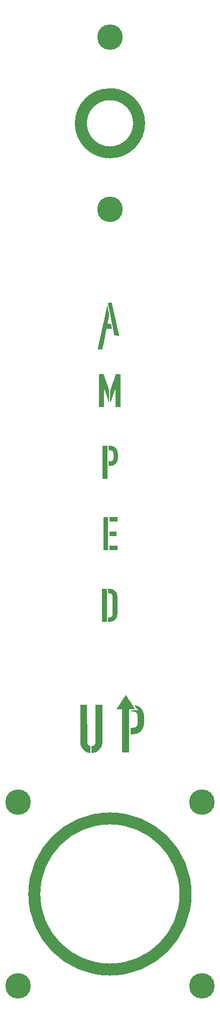
<source format=gts>
G04*
G04 #@! TF.GenerationSoftware,Altium Limited,Altium Designer,21.2.0 (30)*
G04*
G04 Layer_Color=8388736*
%FSLAX25Y25*%
%MOIN*%
G70*
G04*
G04 #@! TF.SameCoordinates,4CBECB1B-55B4-4B8D-9185-352C28CE6FA5*
G04*
G04*
G04 #@! TF.FilePolarity,Negative*
G04*
G01*
G75*
%ADD10C,0.07874*%
%ADD11C,0.16942*%
G36*
X84386Y476062D02*
X84531Y475917D01*
X84563Y475789D01*
X84595Y475371D01*
X84724Y475082D01*
X84756Y474696D01*
X84852Y474472D01*
X84884Y474247D01*
X84916Y473958D01*
X84980Y473894D01*
X85045Y473508D01*
X85077Y473283D01*
X85173Y473059D01*
X85221Y472625D01*
X85302Y472448D01*
X85334Y472320D01*
X85366Y471934D01*
X85462Y471710D01*
X85494Y471581D01*
X85526Y471228D01*
X85623Y471003D01*
X85655Y470778D01*
X85687Y470521D01*
X85783Y470296D01*
X85816Y470072D01*
X85848Y469815D01*
X85944Y469590D01*
X86008Y469108D01*
X86105Y468883D01*
X86137Y468466D01*
X86265Y468177D01*
X86297Y467759D01*
X86394Y467534D01*
Y467502D01*
X86426Y467406D01*
X86458Y467052D01*
X86554Y466828D01*
X86618Y466378D01*
X86715Y466153D01*
X86763Y465720D01*
X86843Y465543D01*
X86875Y465414D01*
X86908Y465029D01*
X87004Y464804D01*
X87036Y464676D01*
X87068Y464322D01*
X87164Y464098D01*
X87196Y463969D01*
X87229Y463616D01*
X87325Y463391D01*
X87357Y463166D01*
X87389Y462909D01*
X87486Y462684D01*
X87550Y462203D01*
X87646Y461978D01*
X87678Y461560D01*
X87807Y461271D01*
X87839Y460854D01*
X87935Y460629D01*
X87967Y460500D01*
X87999Y460147D01*
X88096Y459922D01*
X88128Y459697D01*
X88160Y459441D01*
X88224Y459376D01*
X88256Y459151D01*
X88321Y458766D01*
X88417Y458541D01*
X88449Y458124D01*
X88546Y457899D01*
X88578Y457770D01*
X88610Y457417D01*
X88706Y457192D01*
X88738Y457064D01*
X88770Y456710D01*
X88867Y456486D01*
X88899Y456164D01*
X88931Y456004D01*
X89027Y455779D01*
X89075Y455345D01*
X89156Y455169D01*
X89188Y455040D01*
X89220Y454655D01*
X89316Y454430D01*
X89349Y454302D01*
X89316Y454109D01*
X89172Y454061D01*
X89075Y454093D01*
X86153Y454125D01*
X86121Y454414D01*
X86089Y454671D01*
X86008Y454880D01*
X85976Y455008D01*
X85944Y455458D01*
X85848Y455683D01*
X85816Y455907D01*
X85783Y456261D01*
X85687Y456486D01*
X85655Y456807D01*
X85623Y457064D01*
X85526Y457289D01*
X85494Y457706D01*
X85446Y457883D01*
X85366Y458091D01*
X85302Y458766D01*
X85205Y458862D01*
X85173Y459441D01*
X85045Y459729D01*
X85013Y460243D01*
X84884Y460533D01*
X84852Y461046D01*
X84756Y461207D01*
X84724Y461432D01*
X84691Y461914D01*
X84595Y462138D01*
X84563Y462363D01*
X84531Y462716D01*
X84434Y462941D01*
X84402Y463455D01*
X84274Y463744D01*
X84242Y464258D01*
X84145Y464419D01*
X84113Y464547D01*
X84081Y465061D01*
X84017Y465125D01*
X83985Y465254D01*
X83953Y465479D01*
X83921Y465832D01*
X83824Y466057D01*
X83792Y466474D01*
X83760Y466667D01*
X83696Y466731D01*
X83663Y466956D01*
X83631Y467406D01*
X83535Y467566D01*
X83503Y467695D01*
X83471Y468209D01*
X83375Y468369D01*
X83342Y468594D01*
X83310Y469012D01*
X83214Y469237D01*
X83182Y469365D01*
X83150Y469686D01*
X83085Y469750D01*
X83053Y469879D01*
X83021Y470104D01*
X82989Y470457D01*
X82893Y470682D01*
X82861Y471196D01*
X82732Y471485D01*
X82700Y471967D01*
X82604Y472191D01*
X82572Y472320D01*
X82539Y472737D01*
X82443Y472962D01*
X82411Y473187D01*
X82379Y473540D01*
X82283Y473765D01*
X82250Y474086D01*
X82218Y474311D01*
X82122Y474536D01*
X82090Y474986D01*
X81993Y475210D01*
X81961Y475339D01*
X81929Y475789D01*
X81897Y475885D01*
X81993Y476046D01*
X82042Y476094D01*
X84386Y476062D01*
D02*
G37*
G36*
X81592Y473781D02*
X81672Y473701D01*
X81769Y473476D01*
X81801Y473348D01*
X81833Y472866D01*
X81929Y472641D01*
X81961Y472512D01*
X81993Y472063D01*
X82090Y471838D01*
X82122Y471613D01*
X82154Y471260D01*
X82250Y471035D01*
X82283Y470521D01*
X82411Y470232D01*
X82443Y469750D01*
X82572Y469461D01*
X82604Y468947D01*
X82732Y468658D01*
X82748Y467904D01*
X82716Y467518D01*
X82684Y467325D01*
X82604Y467117D01*
X82572Y466988D01*
X82539Y466539D01*
X82443Y466314D01*
X82411Y466089D01*
X82379Y465736D01*
X82283Y465511D01*
X82250Y465190D01*
X82218Y464900D01*
X82122Y464676D01*
X82074Y464178D01*
X82010Y464017D01*
X81961Y463841D01*
X81929Y463359D01*
X81833Y463134D01*
X81801Y463006D01*
X81769Y462556D01*
X81672Y462331D01*
X81640Y462106D01*
X81624Y461865D01*
X81656Y461801D01*
X81849Y461769D01*
X81945Y461801D01*
X84065Y461769D01*
X84113Y461624D01*
X84145Y461143D01*
X84242Y460982D01*
X84274Y460757D01*
X84306Y460340D01*
X84370Y460276D01*
X84434Y460019D01*
X84466Y459569D01*
X84563Y459344D01*
X84579Y458814D01*
X84515Y458750D01*
X81062Y458734D01*
X80998Y458573D01*
X80966Y458413D01*
X80901Y458252D01*
X80869Y458124D01*
X80837Y457674D01*
X80741Y457449D01*
X80709Y457224D01*
X80677Y456871D01*
X80580Y456646D01*
X80532Y456148D01*
X80468Y455988D01*
X80420Y455811D01*
X80388Y455362D01*
X80291Y455137D01*
X80259Y455008D01*
X80227Y454559D01*
X80131Y454334D01*
X80098Y454109D01*
X80066Y453659D01*
X79970Y453434D01*
X79938Y453210D01*
X79906Y452856D01*
X79809Y452631D01*
X79761Y452134D01*
X79697Y451973D01*
X79649Y451796D01*
X79617Y451347D01*
X79520Y451122D01*
X79488Y450993D01*
X79456Y450769D01*
X79392Y450608D01*
X79328Y450383D01*
X79295Y449933D01*
X79199Y449709D01*
X79167Y449484D01*
X79135Y449131D01*
X79039Y448906D01*
X78990Y448408D01*
X78926Y448247D01*
X78878Y448071D01*
X78846Y447846D01*
X78750Y447621D01*
X78717Y447493D01*
X78685Y447043D01*
X78589Y446818D01*
X78557Y446593D01*
X78525Y446240D01*
X78428Y446015D01*
X78396Y445694D01*
X78364Y445405D01*
X78268Y445180D01*
X78236Y445019D01*
X78187Y444971D01*
X75104Y445003D01*
X75088Y445116D01*
X75184Y445341D01*
X75217Y445758D01*
X75281Y445822D01*
X75313Y445951D01*
X75361Y446449D01*
X75441Y446529D01*
X75473Y446658D01*
X75506Y447107D01*
X75602Y447203D01*
X75634Y447332D01*
X75666Y447814D01*
X75795Y448103D01*
X75827Y448585D01*
X75891Y448649D01*
X75955Y448809D01*
X75987Y449291D01*
X76084Y449388D01*
X76116Y449901D01*
X76244Y450094D01*
X76276Y450640D01*
X76373Y450737D01*
X76405Y450865D01*
X76437Y451411D01*
X76533Y451507D01*
X76565Y451636D01*
X76598Y452118D01*
X76694Y452214D01*
X76726Y452439D01*
X76758Y452792D01*
X76854Y452888D01*
X76887Y453467D01*
X76983Y453563D01*
X77015Y453691D01*
X77047Y454237D01*
X77095Y454285D01*
X77144Y454302D01*
X77176Y454430D01*
X77208Y454912D01*
X77304Y455008D01*
X77336Y455137D01*
X77368Y455618D01*
X77433Y455683D01*
X77497Y455907D01*
X77529Y456325D01*
X77625Y456421D01*
X77658Y457032D01*
X77786Y457160D01*
X77818Y457706D01*
X77914Y457802D01*
X77947Y457931D01*
X77979Y458413D01*
X78075Y458509D01*
X78107Y458734D01*
X78139Y459151D01*
X78236Y459216D01*
X78268Y459441D01*
X78300Y459858D01*
X78396Y459954D01*
X78428Y460500D01*
X78525Y460597D01*
X78557Y460725D01*
X78589Y461239D01*
X78717Y461368D01*
X78750Y461946D01*
X78846Y462042D01*
X78878Y462171D01*
X78910Y462620D01*
X79006Y462716D01*
X79039Y462941D01*
X79071Y463327D01*
X79135Y463391D01*
X79167Y463519D01*
X79199Y464033D01*
X79328Y464162D01*
X79360Y464708D01*
X79488Y464900D01*
Y464933D01*
Y464965D01*
X79520Y465414D01*
X79617Y465511D01*
X79649Y465639D01*
X79681Y466153D01*
X79777Y466250D01*
X79809Y466474D01*
X79842Y466860D01*
X79938Y466924D01*
X79970Y467470D01*
X80098Y467663D01*
X80131Y468241D01*
X80259Y468369D01*
X80291Y468915D01*
X80388Y469012D01*
X80420Y469140D01*
X80452Y469654D01*
X80548Y469750D01*
X80580Y469975D01*
X80612Y470329D01*
X80677Y470393D01*
X80709Y470521D01*
X80741Y471035D01*
X80837Y471131D01*
X80869Y471260D01*
X80901Y471742D01*
X81030Y471870D01*
X81062Y472416D01*
X81126Y472480D01*
X81191Y472641D01*
X81223Y473155D01*
X81319Y473251D01*
X81351Y473380D01*
X81367Y473781D01*
X81496Y473813D01*
X81592Y473781D01*
D02*
G37*
G36*
X76357Y428431D02*
X78942Y428446D01*
X79055Y428366D01*
X79167Y428254D01*
X79199Y427997D01*
X79328Y427804D01*
X79360Y427547D01*
X79456Y427387D01*
X79488Y427258D01*
X79520Y427066D01*
X79617Y426969D01*
X79665Y426664D01*
X79777Y426455D01*
X79842Y426166D01*
X79906Y426102D01*
X79938Y425973D01*
X79986Y425733D01*
X80066Y425652D01*
X80098Y425524D01*
X80131Y425299D01*
X80227Y425203D01*
X80259Y424978D01*
X80323Y424817D01*
X80420Y424592D01*
X80452Y424400D01*
X80516Y424335D01*
X80548Y424207D01*
X80596Y423998D01*
X80709Y423789D01*
X80741Y423532D01*
X80837Y423436D01*
X80869Y423211D01*
X80933Y423051D01*
X80998Y422987D01*
X81030Y422762D01*
X81062Y422633D01*
X81126Y422569D01*
X81191Y422344D01*
X81223Y422184D01*
X81287Y422119D01*
X81383Y421734D01*
X81447Y421670D01*
X81480Y421541D01*
X81528Y421300D01*
X81576Y421252D01*
X81640Y421092D01*
X81672Y420867D01*
X81736Y420802D01*
X81801Y420642D01*
X81833Y420417D01*
X81897Y420353D01*
X81961Y420128D01*
X81993Y419967D01*
X82058Y419903D01*
X82154Y419518D01*
X82218Y419453D01*
X82250Y419325D01*
X82283Y419100D01*
X82379Y419004D01*
X82411Y418779D01*
X82475Y418618D01*
X82572Y418394D01*
X82604Y417591D01*
X82572Y410364D01*
X82523Y410316D01*
X82331Y410348D01*
X82283Y410396D01*
X82250Y410589D01*
X82122Y410782D01*
X82090Y411071D01*
X81993Y411231D01*
X81961Y411360D01*
X81929Y411552D01*
X81833Y411713D01*
X81801Y411841D01*
X81769Y412034D01*
X81672Y412195D01*
X81640Y412420D01*
X81512Y412709D01*
X81463Y412982D01*
X81415Y413030D01*
X81351Y413191D01*
X81319Y413447D01*
X81255Y413512D01*
X81191Y413672D01*
X81158Y413929D01*
X81094Y413993D01*
X81030Y414218D01*
X80998Y414411D01*
X80933Y414475D01*
X80869Y414732D01*
X80837Y414893D01*
X80773Y414957D01*
X80741Y415085D01*
X80677Y415375D01*
X80612Y415439D01*
X80580Y415567D01*
X80548Y415792D01*
X80420Y415985D01*
X80388Y416274D01*
X80291Y416434D01*
X80259Y416563D01*
X80227Y416756D01*
X80131Y416916D01*
X80098Y417141D01*
X80066Y417237D01*
X79970Y417398D01*
X79922Y417703D01*
X79874Y417751D01*
X79809Y417912D01*
X79793Y418088D01*
X79777Y418105D01*
X79745Y418201D01*
X79649Y418426D01*
X79617Y418650D01*
X79552Y418715D01*
X79488Y418875D01*
X79456Y419100D01*
X79360Y419325D01*
X79328Y419582D01*
X79247Y419662D01*
X79199Y419614D01*
X79167Y419486D01*
X79183Y418891D01*
X79167Y406671D01*
X79199Y406574D01*
X79151Y406462D01*
X79023Y406430D01*
X76035Y406462D01*
X75987Y406510D01*
X76019Y428350D01*
X76068Y428398D01*
X76260Y428463D01*
X76357Y428431D01*
D02*
G37*
G36*
X87470D02*
X90200Y428398D01*
X90248Y428350D01*
X90280Y428125D01*
Y425492D01*
Y425460D01*
X90264Y406687D01*
X90280Y406542D01*
X90232Y406462D01*
X90103Y406430D01*
X87084Y406462D01*
X87036Y406510D01*
X87052Y419437D01*
X87004Y419550D01*
X86956Y419566D01*
X86908Y419518D01*
X86875Y419389D01*
X86843Y419132D01*
X86779Y419068D01*
X86747Y418940D01*
X86699Y418699D01*
X86586Y418490D01*
X86554Y418233D01*
X86426Y418040D01*
X86394Y417751D01*
X86329Y417687D01*
X86265Y417462D01*
X86233Y417270D01*
X86169Y417205D01*
X86105Y416980D01*
X86072Y416788D01*
X86008Y416723D01*
X85912Y416338D01*
X85816Y416113D01*
X85767Y415872D01*
X85719Y415824D01*
X85655Y415664D01*
X85623Y415407D01*
X85558Y415342D01*
X85494Y415182D01*
X85462Y414925D01*
X85398Y414861D01*
X85334Y414636D01*
X85302Y414443D01*
X85237Y414379D01*
X85141Y413993D01*
X85045Y413769D01*
X84996Y413528D01*
X84948Y413480D01*
X84884Y413319D01*
X84852Y413062D01*
X84788Y412998D01*
X84724Y412837D01*
X84691Y412580D01*
X84595Y412484D01*
X84563Y412259D01*
X84531Y412131D01*
X84434Y411970D01*
X84386Y411697D01*
X84274Y411488D01*
X84242Y411199D01*
X84145Y411103D01*
X84113Y410974D01*
X84081Y410749D01*
X83985Y410589D01*
X83953Y410460D01*
X83872Y410316D01*
X83198Y410348D01*
X83150Y410396D01*
X83182Y416980D01*
X83214Y417077D01*
X83246Y417141D01*
X83342Y417366D01*
X83375Y417558D01*
X83503Y417751D01*
X83535Y418008D01*
X83631Y418169D01*
X83663Y418297D01*
X83696Y418490D01*
X83760Y418554D01*
X83856Y418940D01*
X83921Y419004D01*
X83953Y419132D01*
X83985Y419325D01*
X84081Y419486D01*
X84113Y419614D01*
X84145Y419807D01*
X84242Y419903D01*
X84274Y420128D01*
X84306Y420256D01*
X84370Y420321D01*
X84434Y420545D01*
X84466Y420706D01*
X84531Y420770D01*
X84563Y420899D01*
X84627Y421188D01*
X84724Y421284D01*
X84756Y421573D01*
X84884Y421766D01*
X84916Y422023D01*
X85045Y422216D01*
X85077Y422505D01*
X85173Y422601D01*
X85205Y422826D01*
X85237Y422954D01*
X85302Y423019D01*
X85398Y423404D01*
X85462Y423468D01*
X85494Y423597D01*
X85543Y423838D01*
X85591Y423886D01*
X85655Y424046D01*
X85687Y424271D01*
X85751Y424335D01*
X85816Y424560D01*
X85848Y424721D01*
X85912Y424785D01*
X85976Y425010D01*
X86008Y425171D01*
X86105Y425331D01*
X86153Y425604D01*
X86265Y425813D01*
X86297Y426038D01*
X86426Y426230D01*
X86458Y426519D01*
X86554Y426616D01*
X86586Y426841D01*
X86618Y426969D01*
X86683Y427033D01*
X86747Y427194D01*
X86779Y427419D01*
X86843Y427483D01*
X86940Y427868D01*
X87036Y428093D01*
X87084Y428302D01*
X87148Y428366D01*
X87213Y428398D01*
X87373Y428463D01*
X87470Y428431D01*
D02*
G37*
G36*
X83390Y380928D02*
X83487Y380896D01*
X83904Y380864D01*
X84547Y380832D01*
X84836Y380703D01*
X85189Y380671D01*
X85478Y380542D01*
X85655Y380494D01*
X85735Y380414D01*
X85912Y380366D01*
X86024Y380253D01*
X86201Y380205D01*
X86313Y380093D01*
X86458Y380012D01*
X86474Y379964D01*
X86634Y379868D01*
X86699Y379804D01*
X86763Y379772D01*
X86956Y379579D01*
X87004Y379563D01*
X87036Y379499D01*
X87084Y379450D01*
X87148Y379418D01*
X87229Y379306D01*
X87325Y379210D01*
X87421Y379049D01*
X87518Y378953D01*
X87550Y378888D01*
X87646Y378792D01*
X87678Y378663D01*
X87775Y378567D01*
X87967Y378150D01*
X88064Y377989D01*
X88128Y377829D01*
X88160Y377636D01*
X88256Y377475D01*
X88305Y377106D01*
X88385Y376929D01*
X88417Y376704D01*
X88449Y376158D01*
X88513Y375998D01*
X88546Y375580D01*
X88578Y375259D01*
X88546Y372657D01*
X88513Y372561D01*
X88481Y372433D01*
X88449Y372208D01*
X88417Y372079D01*
X88385Y371533D01*
X88321Y371469D01*
X88288Y371341D01*
X88240Y371003D01*
X88128Y370730D01*
X88080Y370554D01*
X87967Y370441D01*
X87935Y370249D01*
X87871Y370216D01*
X87807Y370056D01*
X87775Y369960D01*
X87710Y369895D01*
X87678Y369831D01*
X87582Y369671D01*
X87518Y369606D01*
X87437Y369462D01*
X87389Y369446D01*
X87357Y369381D01*
X87309Y369301D01*
X87245Y369269D01*
X87116Y369076D01*
X87036Y368996D01*
X87004Y368932D01*
X86795Y368723D01*
X86731Y368691D01*
X86554Y368546D01*
X86394Y368450D01*
X86378Y368402D01*
X86153Y368273D01*
X86089Y368209D01*
X85976Y368161D01*
X85944Y368097D01*
X85703Y368016D01*
X85607Y367920D01*
X85366Y367872D01*
X85157Y367759D01*
X84836Y367727D01*
X84675Y367631D01*
X84450Y367599D01*
X83872Y367567D01*
X83776Y367535D01*
X83150Y367487D01*
X82491Y367470D01*
X82443Y367519D01*
X82411Y367743D01*
Y370216D01*
Y370249D01*
X82443Y370474D01*
X82491Y370522D01*
X83744Y370554D01*
X83969Y370650D01*
X84193Y370682D01*
X84290Y370714D01*
X84354Y370779D01*
X84563Y370859D01*
X84643Y370939D01*
X84852Y371052D01*
X84884Y371116D01*
X85013Y371212D01*
X85141Y371437D01*
X85205Y371501D01*
X85237Y371630D01*
X85302Y371694D01*
X85398Y372079D01*
X85494Y372304D01*
X85526Y373685D01*
X85558Y374295D01*
X85526Y374392D01*
X85494Y376255D01*
X85366Y376447D01*
X85318Y376752D01*
X85237Y376865D01*
X85109Y377090D01*
X84948Y377315D01*
X84804Y377459D01*
X84740Y377491D01*
X84643Y377588D01*
X84434Y377668D01*
X84354Y377748D01*
X84049Y377796D01*
X83872Y377877D01*
X83551Y377909D01*
X82668Y377925D01*
X82523Y377909D01*
X82411Y377989D01*
X82443Y380912D01*
X82491Y380960D01*
X83390Y380928D01*
D02*
G37*
G36*
X81463D02*
X81512Y380783D01*
Y379531D01*
Y379499D01*
X81480Y374649D01*
X81496Y367438D01*
X81480Y359168D01*
X81512Y359071D01*
X81431Y358959D01*
X78348Y358991D01*
X78300Y359039D01*
X78332Y359393D01*
X78364Y359489D01*
X78332Y359553D01*
X78300Y359650D01*
X78332Y380848D01*
X78444Y380960D01*
X81463Y380928D01*
D02*
G37*
G36*
X88273Y333457D02*
X88353Y333377D01*
X88385Y333249D01*
X88353Y330519D01*
X88273Y330438D01*
X82941Y330470D01*
X82893Y330615D01*
X82925Y330743D01*
X82909Y333265D01*
X82941Y333425D01*
X83101Y333489D01*
X83680D01*
X88273Y333457D01*
D02*
G37*
G36*
X87470Y324047D02*
X87518Y323999D01*
X87550Y323870D01*
X87518Y321076D01*
X87373Y321028D01*
X85607D01*
X82941Y321060D01*
X82893Y321204D01*
X82925Y321333D01*
X82909Y323854D01*
X82941Y324015D01*
X83101Y324079D01*
X87470Y324047D01*
D02*
G37*
G36*
X88273Y314636D02*
X88385Y314524D01*
X88353Y311505D01*
X82973Y311489D01*
X82893Y311569D01*
X82925Y311890D01*
X82909Y314443D01*
X82941Y314604D01*
X83005Y314668D01*
X87726D01*
X88273Y314636D01*
D02*
G37*
G36*
X82074Y333457D02*
X82122Y333313D01*
X82090Y311505D01*
X81945Y311456D01*
X81849Y311489D01*
X78926Y311521D01*
X78910Y332414D01*
Y332446D01*
X78942Y333377D01*
X78990Y333425D01*
X79151Y333489D01*
X82074Y333457D01*
D02*
G37*
G36*
X83037Y285955D02*
X83053Y285939D01*
X83069Y285923D01*
X83776Y285891D01*
X84193Y285858D01*
X84483Y285730D01*
X84836Y285698D01*
X85125Y285569D01*
X85253Y285537D01*
X85350Y285441D01*
X85558Y285393D01*
X85639Y285312D01*
X85896Y285216D01*
X85960Y285152D01*
X86121Y285055D01*
X86185Y284991D01*
X86249Y284959D01*
X86426Y284815D01*
X86618Y284654D01*
X86731Y284574D01*
X86908Y284397D01*
X86940Y284333D01*
X87036Y284237D01*
X87132Y284076D01*
X87196Y284012D01*
X87245Y283899D01*
X87309Y283867D01*
X87421Y283691D01*
X87486Y283626D01*
X87534Y283418D01*
X87646Y283305D01*
X87678Y283112D01*
X87807Y282920D01*
X87839Y282727D01*
X87903Y282663D01*
X87967Y282438D01*
X87999Y282117D01*
X88096Y281892D01*
X88128Y281667D01*
X88160Y281121D01*
X88192Y281025D01*
X88224Y280703D01*
X88256Y280479D01*
X88224Y269366D01*
X88192Y269269D01*
X88128Y268563D01*
X88096Y268177D01*
X87967Y267888D01*
X87935Y267471D01*
X87871Y267407D01*
X87807Y267182D01*
X87710Y267021D01*
X87518Y266604D01*
X87454Y266443D01*
X87389Y266379D01*
X87325Y266218D01*
X87196Y266090D01*
X87164Y266025D01*
X87068Y265929D01*
X87036Y265865D01*
X86891Y265688D01*
X86811Y265576D01*
X86747Y265512D01*
X86715Y265447D01*
X86667Y265399D01*
X86602Y265367D01*
X86506Y265271D01*
X86442Y265239D01*
X86265Y265094D01*
X86153Y265014D01*
X86089Y264950D01*
X86024Y264917D01*
X85799Y264757D01*
X85639Y264725D01*
X85543Y264628D01*
X85334Y264580D01*
X85286Y264532D01*
X85221Y264500D01*
X85125Y264468D01*
X84836Y264339D01*
X84707Y264307D01*
X84434Y264259D01*
X84161Y264179D01*
X84033Y264147D01*
X83776Y264114D01*
X83680Y264082D01*
X83182Y264034D01*
X82668Y264002D01*
X81881Y263986D01*
X81801Y264034D01*
X81833Y266925D01*
X82861Y266957D01*
X83214Y266989D01*
X83342Y267021D01*
X83519Y267069D01*
X83776Y267102D01*
X83840Y267166D01*
X84001Y267230D01*
X84161Y267326D01*
X84338Y267471D01*
X84418Y267551D01*
X84483Y267583D01*
X84531Y267631D01*
X84563Y267696D01*
X84643Y267840D01*
X84691Y267856D01*
X84756Y268017D01*
X84884Y268306D01*
X84932Y268547D01*
X84980Y268724D01*
X85013Y268852D01*
X85045Y269173D01*
X85013Y281025D01*
X84916Y281249D01*
X84852Y281667D01*
X84756Y281763D01*
X84724Y281956D01*
X84595Y282085D01*
X84515Y282293D01*
X84450Y282326D01*
X84370Y282406D01*
X84354Y282454D01*
X84290Y282486D01*
X84161Y282614D01*
X83953Y282695D01*
X83904Y282743D01*
X83744Y282807D01*
X83455Y282839D01*
X83230Y282936D01*
X82909Y282968D01*
X81817Y283000D01*
X81801Y285907D01*
X81881Y285987D01*
X83037Y285955D01*
D02*
G37*
G36*
X78589Y285939D02*
X80950Y285923D01*
X81046Y285955D01*
X81158Y285907D01*
X81191Y285778D01*
Y279772D01*
Y279740D01*
X81158Y264034D01*
X81110Y263986D01*
X78091Y264018D01*
X78043Y264066D01*
X78011Y273124D01*
X77979Y273220D01*
X78011Y285875D01*
X78123Y285987D01*
X78589Y285939D01*
D02*
G37*
G36*
X93861Y215520D02*
X93909Y215472D01*
X93941Y215407D01*
X94070Y215215D01*
X94102Y215150D01*
X94262Y214926D01*
X94295Y214861D01*
X94455Y214637D01*
X94487Y214572D01*
X94552Y214508D01*
X94712Y214219D01*
X94921Y213914D01*
X95082Y213657D01*
X95210Y213464D01*
X95435Y213111D01*
X95563Y212918D01*
X95740Y212645D01*
X95965Y212292D01*
X96061Y212131D01*
X96190Y211939D01*
X96222Y211875D01*
X96382Y211650D01*
X96414Y211585D01*
X96479Y211521D01*
X96639Y211232D01*
X96800Y211007D01*
X96832Y210943D01*
X97282Y210237D01*
X97314Y210172D01*
X97378Y210108D01*
X97506Y209883D01*
X97667Y209658D01*
X97699Y209594D01*
X98422Y208486D01*
X98615Y208165D01*
X98743Y207972D01*
X98904Y207715D01*
X99032Y207523D01*
X99193Y207265D01*
X99305Y207089D01*
X99433Y206864D01*
X99562Y206671D01*
X99594Y206607D01*
X99658Y206543D01*
X99787Y206318D01*
X99915Y206125D01*
X99947Y205997D01*
X99899Y205917D01*
X99739Y205852D01*
X96141Y205885D01*
X96029Y205804D01*
X95997Y205483D01*
X95965Y202946D01*
Y199348D01*
Y199316D01*
X95981Y189568D01*
X95949Y177299D01*
X95868Y177187D01*
X95612Y177155D01*
X95563Y177171D01*
X95467Y177139D01*
X91918Y177155D01*
X91902Y177139D01*
X91805Y177171D01*
X91613Y177139D01*
X91516Y177171D01*
X91452Y177203D01*
X91404Y177251D01*
X91372Y177380D01*
X91388Y205692D01*
X91356Y205820D01*
X91292Y205885D01*
X87759Y205917D01*
X87678Y205997D01*
X87710Y206190D01*
X87807Y206286D01*
X87839Y206350D01*
X87967Y206543D01*
X88096Y206768D01*
X88160Y206832D01*
X88192Y206896D01*
X88353Y207153D01*
X88481Y207378D01*
X88931Y208085D01*
X88963Y208149D01*
X89027Y208213D01*
X89059Y208277D01*
X89220Y208534D01*
X89316Y208695D01*
X89445Y208888D01*
X89573Y209112D01*
X89734Y209337D01*
X89894Y209626D01*
X90023Y209819D01*
X90055Y209883D01*
X90184Y210108D01*
X90344Y210333D01*
X90473Y210558D01*
X90633Y210783D01*
X90794Y211071D01*
X90858Y211136D01*
X90890Y211200D01*
X91019Y211393D01*
X91115Y211553D01*
X91179Y211617D01*
X91404Y212035D01*
X91565Y212260D01*
X91693Y212485D01*
X91854Y212710D01*
X92014Y212999D01*
X92079Y213063D01*
X92271Y213416D01*
X92432Y213641D01*
X92560Y213866D01*
X92624Y213930D01*
X92657Y213994D01*
X92817Y214219D01*
X92849Y214283D01*
X93170Y214733D01*
X93203Y214797D01*
X93267Y214861D01*
X93299Y214926D01*
X93363Y214990D01*
X93524Y215343D01*
X93556Y215407D01*
X93636Y215520D01*
X93765Y215552D01*
X93861Y215520D01*
D02*
G37*
G36*
X100204Y208566D02*
X100397Y208534D01*
X100525Y208502D01*
X100734Y208422D01*
X100863Y208390D01*
X101184Y208358D01*
X101473Y208229D01*
X101602Y208197D01*
X101955Y208036D01*
X102437Y207779D01*
X102661Y207651D01*
X102726Y207587D01*
X102790Y207555D01*
X102854Y207490D01*
X102918Y207458D01*
X102983Y207394D01*
X103047Y207362D01*
X103111Y207298D01*
X103175Y207265D01*
X103240Y207201D01*
X103304Y207169D01*
X103529Y206944D01*
X103593Y206912D01*
X104026Y206479D01*
X104059Y206414D01*
X104187Y206286D01*
X104219Y206222D01*
X104315Y206125D01*
X104348Y206061D01*
X104444Y205965D01*
X104476Y205901D01*
X104701Y205579D01*
X104733Y205515D01*
X104861Y205322D01*
X104894Y205258D01*
X105022Y205033D01*
X105086Y204873D01*
X105118Y204808D01*
X105375Y204230D01*
X105408Y204102D01*
X105456Y203925D01*
X105536Y203749D01*
X105568Y203620D01*
X105616Y203315D01*
X105681Y203154D01*
X105713Y203026D01*
X105745Y202833D01*
X105777Y202448D01*
X105809Y202287D01*
X105873Y202030D01*
X105921Y201597D01*
X106002Y199814D01*
X106018Y198096D01*
X105986Y198000D01*
X105954Y197004D01*
X105921Y196490D01*
X105873Y196056D01*
X105841Y195896D01*
X105777Y195639D01*
X105745Y195318D01*
X105713Y195157D01*
X105648Y194997D01*
X105600Y194852D01*
X105568Y194627D01*
X105536Y194499D01*
X105440Y194274D01*
X105359Y193937D01*
X105247Y193728D01*
X104669Y192604D01*
X104460Y192298D01*
X104315Y192090D01*
X104283Y192025D01*
X104187Y191929D01*
X104155Y191865D01*
X104059Y191769D01*
X104026Y191704D01*
X103802Y191480D01*
X103770Y191415D01*
X103561Y191207D01*
X103497Y191174D01*
X103304Y190982D01*
X103240Y190950D01*
X103143Y190853D01*
X103079Y190821D01*
X102983Y190725D01*
X102918Y190693D01*
X102854Y190628D01*
X102790Y190596D01*
X102597Y190468D01*
X102533Y190436D01*
X102340Y190307D01*
X102276Y190275D01*
X102051Y190147D01*
X101842Y190066D01*
X101698Y189986D01*
X101489Y189906D01*
X101312Y189825D01*
X101088Y189761D01*
X100847Y189713D01*
X100670Y189633D01*
X100542Y189601D01*
X100317Y189568D01*
X100028Y189536D01*
X99931Y189504D01*
X99674Y189440D01*
X99353Y189408D01*
X97265Y189376D01*
X97105Y189472D01*
X97057Y189649D01*
X97025Y193535D01*
X97137Y193648D01*
X97555Y193680D01*
X98647Y193712D01*
X98743Y193744D01*
X99128Y193808D01*
X99353Y193840D01*
X99482D01*
X99835Y194001D01*
X99963Y194033D01*
X100365Y194306D01*
X100558Y194434D01*
X100606Y194483D01*
X100670Y194515D01*
X100815Y194659D01*
X100847Y194723D01*
X100911Y194788D01*
X100943Y194852D01*
X101168Y195173D01*
X101329Y195526D01*
X101377Y195703D01*
X101489Y195976D01*
X101521Y196297D01*
X101553Y196651D01*
X101585Y196747D01*
X101650Y197196D01*
X101682Y197903D01*
X101650Y201211D01*
X101618Y201308D01*
X101585Y201436D01*
X101553Y201661D01*
X101521Y201789D01*
X101489Y202207D01*
X101361Y202496D01*
X101296Y202753D01*
X101168Y202978D01*
X100847Y203460D01*
X100542Y203765D01*
X100477Y203797D01*
X100381Y203893D01*
X100317Y203925D01*
X100092Y204086D01*
X99931Y204150D01*
X99803Y204182D01*
X99578Y204279D01*
X99450Y204311D01*
X99016Y204359D01*
X98823Y204391D01*
X98390Y204439D01*
X97490Y204471D01*
X97169Y204503D01*
X97089Y204584D01*
X97073Y204792D01*
X97121Y205065D01*
X97201Y205146D01*
X97458Y205210D01*
X99321Y205178D01*
X101329Y205162D01*
X101457Y205194D01*
X101553Y205258D01*
X101585Y205387D01*
X101553Y205515D01*
X100879Y206575D01*
X100847Y206639D01*
X100783Y206703D01*
X100622Y206993D01*
X100461Y207217D01*
X100429Y207282D01*
X100301Y207474D01*
X100269Y207539D01*
X100140Y207731D01*
X100108Y207796D01*
X99947Y208020D01*
X99819Y208245D01*
X99723Y208406D01*
X99691Y208534D01*
X99771Y208614D01*
X100204Y208566D01*
D02*
G37*
G36*
X78187Y208904D02*
X78236Y208855D01*
X78268Y208631D01*
Y188300D01*
Y188268D01*
X78236Y183771D01*
X78203Y183675D01*
X78155Y183177D01*
X78123Y182920D01*
X78091Y182727D01*
X78059Y182567D01*
X77914Y182101D01*
X77882Y181973D01*
X77770Y181667D01*
X77738Y181539D01*
X77674Y181378D01*
X77256Y180608D01*
X77015Y180174D01*
X76790Y179885D01*
X76726Y179821D01*
X76694Y179756D01*
X76533Y179596D01*
X76501Y179532D01*
X76405Y179435D01*
X76373Y179371D01*
X76244Y179243D01*
X76212Y179178D01*
X75971Y178937D01*
X75907Y178905D01*
X75779Y178777D01*
X75714Y178745D01*
X75586Y178616D01*
X75522Y178584D01*
X75393Y178456D01*
X75329Y178424D01*
X75200Y178295D01*
X75136Y178263D01*
X74815Y178038D01*
X74269Y177749D01*
X73980Y177588D01*
X73498Y177364D01*
X73370Y177331D01*
X72952Y177171D01*
X72711Y177123D01*
X72583Y177091D01*
X72406Y177042D01*
X72278Y177010D01*
X71619Y176930D01*
X71122Y176914D01*
X71041Y176994D01*
X71009Y177123D01*
X71041Y181330D01*
X71122Y181411D01*
X71346Y181475D01*
X71587Y181523D01*
X71764Y181571D01*
X71892Y181603D01*
X72502Y181924D01*
X72679Y182069D01*
X72872Y182229D01*
X73032Y182390D01*
X73065Y182454D01*
X73129Y182519D01*
X73161Y182583D01*
X73225Y182647D01*
X73450Y183129D01*
X73482Y183257D01*
X73579Y183579D01*
X73611Y183707D01*
X73643Y183932D01*
X73707Y184960D01*
X73739Y208855D01*
X73948Y208936D01*
X78187Y208904D01*
D02*
G37*
G36*
X68038D02*
X68086Y208855D01*
X68118Y208727D01*
X68151Y183868D01*
X68247Y183643D01*
X68343Y183193D01*
X68504Y182840D01*
X68632Y182615D01*
X68696Y182551D01*
X68729Y182486D01*
X68857Y182358D01*
X68889Y182294D01*
X69034Y182149D01*
X69098Y182117D01*
X69226Y181989D01*
X69291Y181957D01*
X69516Y181796D01*
X69644Y181764D01*
X70061Y181571D01*
X70222Y181475D01*
X70302Y181395D01*
X70335Y181266D01*
X70367Y180174D01*
X70399Y177058D01*
X70286Y176946D01*
X70061Y176914D01*
X69933Y176946D01*
X69291Y177010D01*
X69066Y177107D01*
X68809Y177171D01*
X68616Y177203D01*
X68456Y177299D01*
X68327Y177331D01*
X68118Y177412D01*
X66978Y178038D01*
X66673Y178247D01*
X66561Y178327D01*
X66464Y178424D01*
X66400Y178456D01*
X66240Y178616D01*
X66175Y178648D01*
X66047Y178777D01*
X65983Y178809D01*
X65854Y178937D01*
X65790Y178970D01*
X65613Y179146D01*
X65581Y179210D01*
X65453Y179339D01*
X65421Y179403D01*
X65292Y179532D01*
X65260Y179596D01*
X65099Y179756D01*
X65067Y179821D01*
X64907Y179981D01*
X64875Y180045D01*
X64810Y180110D01*
X64682Y180335D01*
X64585Y180495D01*
X64457Y180720D01*
X64296Y181009D01*
X64039Y181555D01*
X63911Y181844D01*
X63879Y181973D01*
X63831Y182149D01*
X63750Y182326D01*
X63718Y182551D01*
X63686Y182679D01*
X63638Y182920D01*
X63574Y183177D01*
X63525Y183546D01*
Y183579D01*
X63558Y208855D01*
X63606Y208904D01*
X63734Y208936D01*
X68038Y208904D01*
D02*
G37*
D10*
X102608Y595079D02*
G03*
X102608Y595079I-19341J0D01*
G01*
X133465Y83268D02*
G03*
X133465Y83268I-50197J0D01*
G01*
D11*
X22244Y144291D02*
D03*
X144291D02*
D03*
Y22244D02*
D03*
X22244D02*
D03*
X83268Y652311D02*
D03*
Y537847D02*
D03*
M02*

</source>
